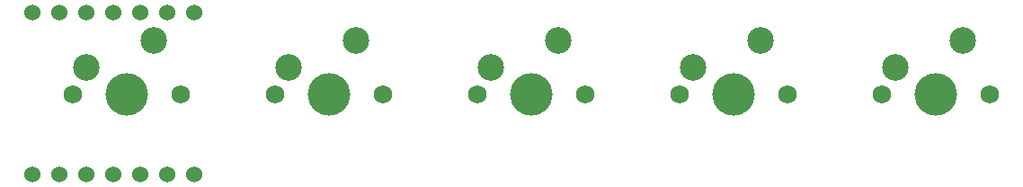
<source format=gbr>
%TF.GenerationSoftware,KiCad,Pcbnew,8.0.5*%
%TF.CreationDate,2024-10-28T21:30:14-07:00*%
%TF.ProjectId,PRISM Macro Pad,50524953-4d20-44d6-9163-726f20506164,rev?*%
%TF.SameCoordinates,Original*%
%TF.FileFunction,Soldermask,Top*%
%TF.FilePolarity,Negative*%
%FSLAX46Y46*%
G04 Gerber Fmt 4.6, Leading zero omitted, Abs format (unit mm)*
G04 Created by KiCad (PCBNEW 8.0.5) date 2024-10-28 21:30:14*
%MOMM*%
%LPD*%
G01*
G04 APERTURE LIST*
%ADD10C,1.524000*%
%ADD11C,1.750000*%
%ADD12C,4.000000*%
%ADD13C,2.500000*%
G04 APERTURE END LIST*
D10*
%TO.C,U1*%
X108000000Y-74760000D03*
X110540000Y-74760000D03*
X113080000Y-74760000D03*
X115620000Y-74760000D03*
X118160000Y-74760000D03*
X120700000Y-74760000D03*
X123240000Y-74760000D03*
X123240000Y-90000000D03*
X120700000Y-90000000D03*
X118160000Y-90000000D03*
X115620000Y-90000000D03*
X113080000Y-90000000D03*
X110540000Y-90000000D03*
X108000000Y-90000000D03*
%TD*%
D11*
%TO.C,A*%
X122000000Y-82500000D03*
X111840000Y-82500000D03*
D12*
X116920000Y-82500000D03*
D13*
X119460000Y-77420000D03*
X113110000Y-79960000D03*
%TD*%
%TO.C,I*%
X132150000Y-79960000D03*
X138500000Y-77420000D03*
D12*
X135960000Y-82500000D03*
D11*
X130880000Y-82500000D03*
X141040000Y-82500000D03*
%TD*%
%TO.C,H*%
X160080000Y-82500000D03*
X149920000Y-82500000D03*
D12*
X155000000Y-82500000D03*
D13*
X157540000Y-77420000D03*
X151190000Y-79960000D03*
%TD*%
%TO.C,D*%
X170230000Y-79960000D03*
X176580000Y-77420000D03*
D12*
X174040000Y-82500000D03*
D11*
X168960000Y-82500000D03*
X179120000Y-82500000D03*
%TD*%
%TO.C,L*%
X198160000Y-82500000D03*
X188000000Y-82500000D03*
D12*
X193080000Y-82500000D03*
D13*
X195620000Y-77420000D03*
X189270000Y-79960000D03*
%TD*%
M02*

</source>
